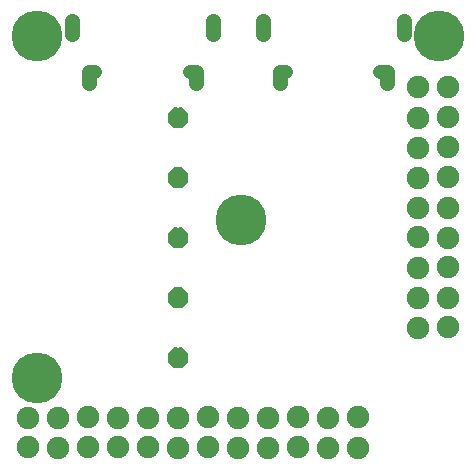
<source format=gbs>
G04 ---------------------------- Layer name :BOTTOM SOLDER LAYER*
G04 easyEDA 0.1*
G04 Scale: 100 percent, Rotated: No, Reflected: No *
G04 Dimensions in inches *
G04 leading zeros omitted , absolute positions ,2 integer and 4 * 
%FSLAX24Y24*%
%MOIN*%
G90*
G70D02*

%ADD11C,0.051307*%
%ADD12C,0.047370*%
%ADD17R,0.035560X0.015874*%
%ADD18C,0.074929*%
%ADD20C,0.169420*%

%LPD*%
G54D11*
G01X13030Y29383D02*
G01X13030Y29816D01*
G01X8330Y29383D02*
G01X8330Y29816D01*
G01X12471Y27752D02*
G01X12471Y28126D01*
G54D12*
G01X12452Y28107D02*
G01X12255Y28107D01*
G54D11*
G01X8890Y27752D02*
G01X8890Y28126D01*
G54D12*
G01X9106Y28107D02*
G01X8909Y28107D01*
G54D11*
G01X6669Y29383D02*
G01X6669Y29816D01*
G01X1969Y29383D02*
G01X1969Y29816D01*
G01X6109Y27752D02*
G01X6109Y28126D01*
G54D12*
G01X6090Y28107D02*
G01X5893Y28107D01*
G54D11*
G01X2528Y27752D02*
G01X2528Y28126D01*
G54D12*
G01X2744Y28107D02*
G01X2547Y28107D01*
G36*
G01X5461Y20934D02*
G01X5461Y20265D01*
G01X5361Y20265D01*
G01X5165Y20461D01*
G01X5165Y20738D01*
G01X5361Y20934D01*
G01X5461Y20934D01*
G37*
G36*
G01X5538Y20265D02*
G01X5538Y20934D01*
G01X5638Y20934D01*
G01X5834Y20738D01*
G01X5834Y20461D01*
G01X5638Y20265D01*
G01X5538Y20265D01*
G37*
G54D17*
G01X5500Y20600D03*
G36*
G01X5461Y26934D02*
G01X5461Y26263D01*
G01X5363Y26263D01*
G01X5165Y26461D01*
G01X5165Y26736D01*
G01X5363Y26934D01*
G01X5461Y26934D01*
G37*
G36*
G01X5540Y26263D02*
G01X5540Y26934D01*
G01X5638Y26934D01*
G01X5836Y26736D01*
G01X5836Y26461D01*
G01X5638Y26263D01*
G01X5540Y26263D01*
G37*
G01X5501Y26598D03*
G36*
G01X5461Y22934D02*
G01X5461Y22263D01*
G01X5363Y22263D01*
G01X5165Y22461D01*
G01X5165Y22736D01*
G01X5363Y22934D01*
G01X5461Y22934D01*
G37*
G36*
G01X5540Y22263D02*
G01X5540Y22934D01*
G01X5638Y22934D01*
G01X5836Y22736D01*
G01X5836Y22461D01*
G01X5638Y22263D01*
G01X5540Y22263D01*
G37*
G01X5501Y22598D03*
G36*
G01X5538Y24265D02*
G01X5538Y24934D01*
G01X5638Y24934D01*
G01X5834Y24738D01*
G01X5834Y24461D01*
G01X5638Y24265D01*
G01X5538Y24265D01*
G37*
G36*
G01X5461Y24934D02*
G01X5461Y24265D01*
G01X5361Y24265D01*
G01X5165Y24461D01*
G01X5165Y24738D01*
G01X5361Y24934D01*
G01X5461Y24934D01*
G37*
G01X5500Y24600D03*
G36*
G01X5540Y18263D02*
G01X5540Y18934D01*
G01X5638Y18934D01*
G01X5836Y18736D01*
G01X5836Y18461D01*
G01X5638Y18263D01*
G01X5540Y18263D01*
G37*
G36*
G01X5461Y18934D02*
G01X5461Y18263D01*
G01X5363Y18263D01*
G01X5165Y18461D01*
G01X5165Y18736D01*
G01X5363Y18934D01*
G01X5461Y18934D01*
G37*
G54D18*
G01X14500Y25600D03*
G01X14500Y26600D03*
G01X13501Y26598D03*
G54D20*
G01X7598Y23198D03*
G54D18*
G01X3501Y16598D03*
G01X7501Y16598D03*
G01X10501Y16598D03*
G01X9500Y15600D03*
G01X1501Y16598D03*
G01X13500Y22600D03*
G01X1501Y15598D03*
G01X3500Y15600D03*
G01X2500Y15600D03*
G01X14500Y21600D03*
G01X14501Y22598D03*
G01X14501Y23598D03*
G01X13501Y24598D03*
G01X501Y16598D03*
G01X4501Y16598D03*
G01X5501Y16598D03*
G01X5501Y15598D03*
G01X6500Y15600D03*
G01X8501Y15598D03*
G01X8501Y16598D03*
G01X11501Y15598D03*
G01X11500Y16600D03*
G01X13501Y20598D03*
G01X13501Y19598D03*
G01X13501Y21598D03*
G01X14501Y20598D03*
G01X500Y15600D03*
G01X4500Y15600D03*
G01X6500Y16600D03*
G01X7501Y15598D03*
G01X10501Y15598D03*
G01X9500Y16600D03*
G01X14500Y19600D03*
G54D20*
G01X14201Y29302D03*
G01X798Y17917D03*
G01X798Y29302D03*
G54D18*
G01X14500Y24600D03*
G01X13501Y25598D03*
G01X14500Y27600D03*
G01X13500Y27600D03*
G01X2500Y16600D03*
G01X13501Y23598D03*
G36*
G01X5460Y20265D02*
G01X5539Y20265D01*
G01X5539Y20934D01*
G01X5460Y20934D01*
G01X5460Y20265D01*
G37*
G36*
G01X5461Y26264D02*
G01X5540Y26264D01*
G01X5540Y26933D01*
G01X5461Y26933D01*
G01X5461Y26264D01*
G37*
G36*
G01X5461Y22264D02*
G01X5540Y22264D01*
G01X5540Y22933D01*
G01X5461Y22933D01*
G01X5461Y22264D01*
G37*
G36*
G01X5539Y24934D02*
G01X5460Y24934D01*
G01X5460Y24265D01*
G01X5539Y24265D01*
G01X5539Y24934D01*
G37*
G36*
G01X5540Y18933D02*
G01X5461Y18933D01*
G01X5461Y18264D01*
G01X5540Y18264D01*
G01X5540Y18933D01*
G37*

M00*
M02*
</source>
